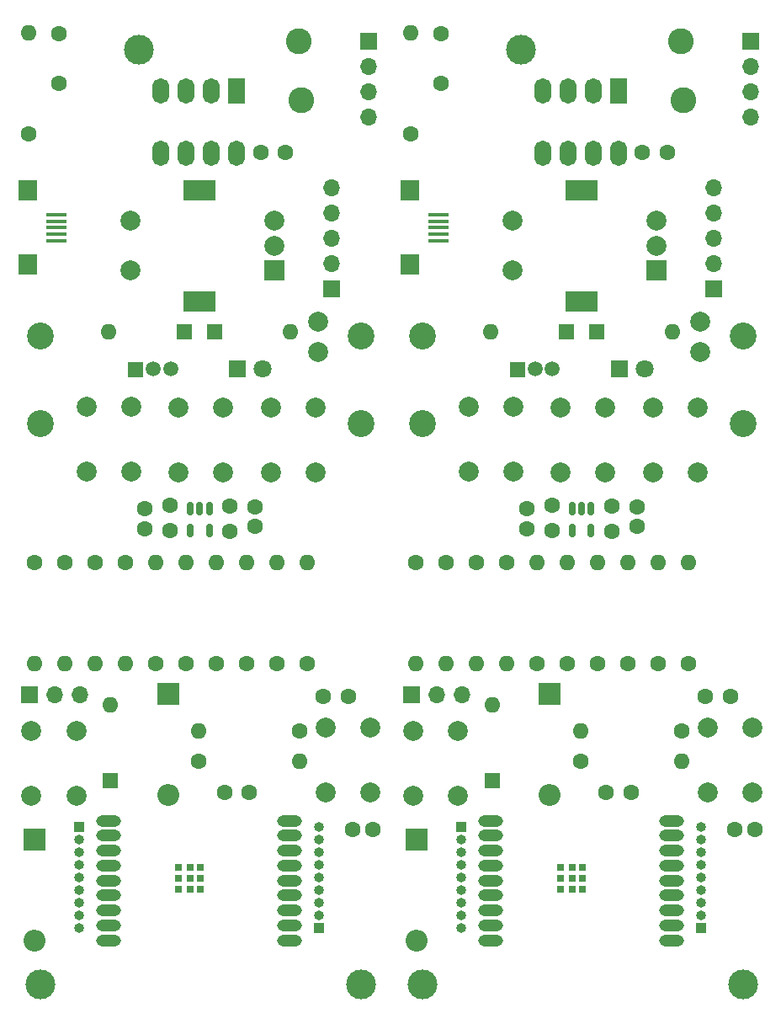
<source format=gts>
G04 #@! TF.GenerationSoftware,KiCad,Pcbnew,7.0.1*
G04 #@! TF.CreationDate,2023-11-25T15:53:11+01:00*
G04 #@! TF.ProjectId,Spotify_controller_nutzen,53706f74-6966-4795-9f63-6f6e74726f6c,rev?*
G04 #@! TF.SameCoordinates,Original*
G04 #@! TF.FileFunction,Soldermask,Top*
G04 #@! TF.FilePolarity,Negative*
%FSLAX46Y46*%
G04 Gerber Fmt 4.6, Leading zero omitted, Abs format (unit mm)*
G04 Created by KiCad (PCBNEW 7.0.1) date 2023-11-25 15:53:11*
%MOMM*%
%LPD*%
G01*
G04 APERTURE LIST*
G04 Aperture macros list*
%AMRoundRect*
0 Rectangle with rounded corners*
0 $1 Rounding radius*
0 $2 $3 $4 $5 $6 $7 $8 $9 X,Y pos of 4 corners*
0 Add a 4 corners polygon primitive as box body*
4,1,4,$2,$3,$4,$5,$6,$7,$8,$9,$2,$3,0*
0 Add four circle primitives for the rounded corners*
1,1,$1+$1,$2,$3*
1,1,$1+$1,$4,$5*
1,1,$1+$1,$6,$7*
1,1,$1+$1,$8,$9*
0 Add four rect primitives between the rounded corners*
20,1,$1+$1,$2,$3,$4,$5,0*
20,1,$1+$1,$4,$5,$6,$7,0*
20,1,$1+$1,$6,$7,$8,$9,0*
20,1,$1+$1,$8,$9,$2,$3,0*%
G04 Aperture macros list end*
%ADD10R,2.200000X2.200000*%
%ADD11O,2.200000X2.200000*%
%ADD12C,2.700000*%
%ADD13C,1.600000*%
%ADD14O,1.600000X1.600000*%
%ADD15RoundRect,0.150000X-0.150000X0.512500X-0.150000X-0.512500X0.150000X-0.512500X0.150000X0.512500X0*%
%ADD16R,1.700000X1.700000*%
%ADD17O,1.700000X1.700000*%
%ADD18R,1.600000X1.600000*%
%ADD19R,1.700000X2.550000*%
%ADD20O,1.700000X2.550000*%
%ADD21C,2.000000*%
%ADD22R,1.000000X1.000000*%
%ADD23O,1.000000X1.000000*%
%ADD24C,3.000000*%
%ADD25C,0.100000*%
%ADD26R,2.000000X0.400000*%
%ADD27R,1.900000X2.000000*%
%ADD28C,2.600000*%
%ADD29R,1.500000X1.500000*%
%ADD30C,1.500000*%
%ADD31R,1.800000X1.800000*%
%ADD32C,1.800000*%
%ADD33R,2.000000X2.000000*%
%ADD34R,3.200000X2.000000*%
%ADD35O,2.500000X1.200000*%
%ADD36R,0.700000X0.700000*%
G04 APERTURE END LIST*
D10*
X82473600Y-110388400D03*
D11*
X82473600Y-120548400D03*
D12*
X101880000Y-74360000D03*
D13*
X95710000Y-114090000D03*
D14*
X85550000Y-114090000D03*
D15*
X86625601Y-91701599D03*
X85675601Y-91701599D03*
X84725601Y-91701599D03*
X84725601Y-93976599D03*
X86625601Y-93976599D03*
D16*
X68554400Y-110413800D03*
D17*
X71094400Y-110413800D03*
X73634400Y-110413800D03*
D12*
X69680000Y-83180000D03*
X69680000Y-74360000D03*
D18*
X87198000Y-73914000D03*
D14*
X94818000Y-73914000D03*
D13*
X88714001Y-93980000D03*
X88714001Y-91480000D03*
X68500000Y-54019999D03*
D14*
X68500000Y-43859999D03*
D19*
X89357000Y-49717400D03*
D20*
X86817000Y-49717400D03*
X84277000Y-49717400D03*
X81737000Y-49717400D03*
X89357000Y-55997400D03*
X86817000Y-56037400D03*
X84277000Y-56037400D03*
X81737000Y-56037400D03*
D13*
X81203600Y-107340400D03*
D14*
X81203600Y-97180400D03*
D21*
X88051000Y-81586000D03*
X88051000Y-88086000D03*
X83551000Y-81586000D03*
X83551000Y-88086000D03*
X102870000Y-113749100D03*
X102870000Y-120249100D03*
X98370000Y-113749100D03*
X98370000Y-120249100D03*
D12*
X69680000Y-139600000D03*
D13*
X85557801Y-117152400D03*
D14*
X95717801Y-117152400D03*
D13*
X98120000Y-110650000D03*
X100620000Y-110650000D03*
D22*
X97662800Y-133858000D03*
D23*
X97662800Y-132588000D03*
X97662800Y-131318000D03*
X97662800Y-130048000D03*
X97662800Y-128778000D03*
X97662800Y-127508000D03*
X97662800Y-126238000D03*
X97662800Y-124968000D03*
X97662800Y-123698000D03*
D24*
X79578000Y-45593000D03*
D13*
X88148600Y-120276600D03*
X90648600Y-120276600D03*
X82704001Y-91399999D03*
X82704001Y-93899999D03*
D18*
X84150000Y-73914000D03*
D14*
X76530000Y-73914000D03*
D13*
X72059600Y-97180400D03*
D14*
X72059600Y-107340400D03*
D25*
X70552000Y-61422500D03*
X70552000Y-65522500D03*
D26*
X71222000Y-62172500D03*
X71222000Y-62822500D03*
X71222000Y-63472500D03*
X71222000Y-64122500D03*
X71222000Y-64772500D03*
D27*
X68402000Y-59735000D03*
X68402000Y-67210000D03*
D13*
X84251600Y-107340400D03*
D14*
X84251600Y-97180400D03*
D28*
X95656200Y-44704000D03*
D13*
X69011600Y-97180400D03*
D14*
X69011600Y-107340400D03*
D16*
X98970000Y-69640000D03*
D17*
X98970000Y-67100000D03*
X98970000Y-64560000D03*
X98970000Y-62020000D03*
X98970000Y-59480000D03*
D21*
X97612000Y-75946000D03*
D13*
X87299600Y-107340400D03*
D14*
X87299600Y-97180400D03*
D13*
X101066400Y-123977400D03*
X103066400Y-123977400D03*
D12*
X101880000Y-83180000D03*
D28*
X95859400Y-50647600D03*
D10*
X69062400Y-125018800D03*
D11*
X69062400Y-135178800D03*
D16*
X102666600Y-44754800D03*
D17*
X102666600Y-47294800D03*
X102666600Y-49834800D03*
X102666600Y-52374800D03*
D29*
X79222400Y-77724000D03*
D30*
X81000400Y-77710400D03*
X82727600Y-77710400D03*
D12*
X101880000Y-139600000D03*
D21*
X97612000Y-72912000D03*
X74280000Y-88000000D03*
X74280000Y-81500000D03*
X78780000Y-88000000D03*
X78780000Y-81500000D03*
D13*
X75107600Y-97180400D03*
D14*
X75107600Y-107340400D03*
D18*
X76707800Y-119075200D03*
D14*
X76707800Y-111455200D03*
D13*
X90347600Y-107340400D03*
D14*
X90347600Y-97180400D03*
D13*
X96443600Y-107340400D03*
D14*
X96443600Y-97180400D03*
D31*
X89484000Y-77712000D03*
D32*
X92024000Y-77712000D03*
D13*
X93395600Y-107340400D03*
D14*
X93395600Y-97180400D03*
D13*
X80164001Y-91739998D03*
X80164001Y-93739998D03*
X71500800Y-43950000D03*
X71500800Y-48950000D03*
D21*
X68750000Y-120590000D03*
X68750000Y-114090000D03*
X73250000Y-120590000D03*
X73250000Y-114090000D03*
D24*
X69680000Y-139600000D03*
D21*
X97322000Y-81586000D03*
X97322000Y-88086000D03*
X92822000Y-81586000D03*
X92822000Y-88086000D03*
D13*
X91262000Y-93539999D03*
X91262000Y-91539999D03*
D24*
X101880000Y-139600000D03*
D22*
X73532800Y-123708000D03*
D23*
X73532800Y-124978000D03*
X73532800Y-126248000D03*
X73532800Y-127518000D03*
X73532800Y-128788000D03*
X73532800Y-130058000D03*
X73532800Y-131328000D03*
X73532800Y-132598000D03*
X73532800Y-133868000D03*
D13*
X91790000Y-55880000D03*
X94290000Y-55880000D03*
X78155600Y-97180400D03*
D14*
X78155600Y-107340400D03*
D33*
X93178000Y-67790000D03*
D21*
X93178000Y-62790000D03*
X93178000Y-65290000D03*
D34*
X85678000Y-70890000D03*
X85678000Y-59690000D03*
D21*
X78678000Y-62790000D03*
X78678000Y-67790000D03*
D35*
X94730000Y-135128000D03*
X94730000Y-133628000D03*
X94730000Y-132138000D03*
X94730000Y-130628000D03*
X94730000Y-129128000D03*
X94730000Y-127628000D03*
X94730000Y-126128000D03*
X94730000Y-124628000D03*
X94730000Y-123128000D03*
X76530000Y-123158000D03*
X76530000Y-124628000D03*
X76530000Y-126128000D03*
X76530000Y-127628000D03*
X76530000Y-129128000D03*
X76530000Y-130628000D03*
X76530000Y-132128000D03*
X76530000Y-133628000D03*
X76530000Y-135128000D03*
D36*
X85770000Y-130028000D03*
X85770000Y-128928000D03*
X85770000Y-127828000D03*
X84720000Y-130028000D03*
X84720000Y-128928000D03*
X84720000Y-127828000D03*
X83570000Y-130028000D03*
X83570000Y-128928000D03*
X83570000Y-127828000D03*
D13*
X53360000Y-55880000D03*
X55860000Y-55880000D03*
X58013600Y-107340400D03*
D14*
X58013600Y-97180400D03*
D13*
X51917600Y-107340400D03*
D14*
X51917600Y-97180400D03*
D22*
X35102800Y-123708000D03*
D23*
X35102800Y-124978000D03*
X35102800Y-126248000D03*
X35102800Y-127518000D03*
X35102800Y-128788000D03*
X35102800Y-130058000D03*
X35102800Y-131328000D03*
X35102800Y-132598000D03*
X35102800Y-133868000D03*
D24*
X63450000Y-139600000D03*
D13*
X52832000Y-93539999D03*
X52832000Y-91539999D03*
D21*
X58892000Y-81586000D03*
X58892000Y-88086000D03*
X54392000Y-81586000D03*
X54392000Y-88086000D03*
D24*
X31250000Y-139600000D03*
D21*
X30320000Y-120590000D03*
X30320000Y-114090000D03*
X34820000Y-120590000D03*
X34820000Y-114090000D03*
D13*
X33070800Y-43950000D03*
X33070800Y-48950000D03*
X41734001Y-91739998D03*
X41734001Y-93739998D03*
X54965600Y-107340400D03*
D14*
X54965600Y-97180400D03*
D31*
X51054000Y-77712000D03*
D32*
X53594000Y-77712000D03*
D35*
X56300000Y-135128000D03*
X56300000Y-133628000D03*
X56300000Y-132138000D03*
X56300000Y-130628000D03*
X56300000Y-129128000D03*
X56300000Y-127628000D03*
X56300000Y-126128000D03*
X56300000Y-124628000D03*
X56300000Y-123128000D03*
X38100000Y-123158000D03*
X38100000Y-124628000D03*
X38100000Y-126128000D03*
X38100000Y-127628000D03*
X38100000Y-129128000D03*
X38100000Y-130628000D03*
X38100000Y-132128000D03*
X38100000Y-133628000D03*
X38100000Y-135128000D03*
D36*
X47340000Y-130028000D03*
X47340000Y-128928000D03*
X47340000Y-127828000D03*
X46290000Y-130028000D03*
X46290000Y-128928000D03*
X46290000Y-127828000D03*
X45140000Y-130028000D03*
X45140000Y-128928000D03*
X45140000Y-127828000D03*
D33*
X54748000Y-67790000D03*
D21*
X54748000Y-62790000D03*
X54748000Y-65290000D03*
D34*
X47248000Y-70890000D03*
X47248000Y-59690000D03*
D21*
X40248000Y-62790000D03*
X40248000Y-67790000D03*
D13*
X39725600Y-97180400D03*
D14*
X39725600Y-107340400D03*
D21*
X59182000Y-72912000D03*
D16*
X64236600Y-44754800D03*
D17*
X64236600Y-47294800D03*
X64236600Y-49834800D03*
X64236600Y-52374800D03*
D10*
X30632400Y-125018800D03*
D11*
X30632400Y-135178800D03*
D12*
X63450000Y-139600000D03*
D13*
X36677600Y-97180400D03*
D14*
X36677600Y-107340400D03*
D28*
X57429400Y-50647600D03*
D18*
X38277800Y-119075200D03*
D14*
X38277800Y-111455200D03*
D21*
X35850000Y-88000000D03*
X35850000Y-81500000D03*
X40350000Y-88000000D03*
X40350000Y-81500000D03*
D29*
X40792400Y-77724000D03*
D30*
X42570400Y-77710400D03*
X44297600Y-77710400D03*
D13*
X62636400Y-123977400D03*
X64636400Y-123977400D03*
D21*
X49621000Y-81586000D03*
X49621000Y-88086000D03*
X45121000Y-81586000D03*
X45121000Y-88086000D03*
D22*
X59232800Y-133858000D03*
D23*
X59232800Y-132588000D03*
X59232800Y-131318000D03*
X59232800Y-130048000D03*
X59232800Y-128778000D03*
X59232800Y-127508000D03*
X59232800Y-126238000D03*
X59232800Y-124968000D03*
X59232800Y-123698000D03*
D13*
X30581600Y-97180400D03*
D14*
X30581600Y-107340400D03*
D13*
X42773600Y-107340400D03*
D14*
X42773600Y-97180400D03*
D13*
X59690000Y-110650000D03*
X62190000Y-110650000D03*
D28*
X57226200Y-44704000D03*
D13*
X45821600Y-107340400D03*
D14*
X45821600Y-97180400D03*
D25*
X32122000Y-61422500D03*
X32122000Y-65522500D03*
D26*
X32792000Y-62172500D03*
X32792000Y-62822500D03*
X32792000Y-63472500D03*
X32792000Y-64122500D03*
X32792000Y-64772500D03*
D27*
X29972000Y-59735000D03*
X29972000Y-67210000D03*
D13*
X48869600Y-107340400D03*
D14*
X48869600Y-97180400D03*
D21*
X64440000Y-113749100D03*
X64440000Y-120249100D03*
X59940000Y-113749100D03*
X59940000Y-120249100D03*
D12*
X63450000Y-83180000D03*
D21*
X59182000Y-75946000D03*
D13*
X49718600Y-120276600D03*
X52218600Y-120276600D03*
X47127801Y-117152400D03*
D14*
X57287801Y-117152400D03*
D24*
X41148000Y-45593000D03*
D18*
X45720000Y-73914000D03*
D14*
X38100000Y-73914000D03*
D13*
X33629600Y-97180400D03*
D14*
X33629600Y-107340400D03*
D12*
X31250000Y-139600000D03*
D16*
X60540000Y-69640000D03*
D17*
X60540000Y-67100000D03*
X60540000Y-64560000D03*
X60540000Y-62020000D03*
X60540000Y-59480000D03*
D13*
X44274001Y-91399999D03*
X44274001Y-93899999D03*
D16*
X30124400Y-110413800D03*
D17*
X32664400Y-110413800D03*
X35204400Y-110413800D03*
D13*
X50284001Y-93980000D03*
X50284001Y-91480000D03*
D19*
X50927000Y-49717400D03*
D20*
X48387000Y-49717400D03*
X45847000Y-49717400D03*
X43307000Y-49717400D03*
X50927000Y-55997400D03*
X48387000Y-56037400D03*
X45847000Y-56037400D03*
X43307000Y-56037400D03*
D10*
X44043600Y-110388400D03*
D11*
X44043600Y-120548400D03*
D12*
X31250000Y-83180000D03*
D18*
X48768000Y-73914000D03*
D14*
X56388000Y-73914000D03*
D13*
X30070000Y-54019999D03*
D14*
X30070000Y-43859999D03*
D13*
X57280000Y-114090000D03*
D14*
X47120000Y-114090000D03*
D15*
X48195601Y-91701599D03*
X47245601Y-91701599D03*
X46295601Y-91701599D03*
X46295601Y-93976599D03*
X48195601Y-93976599D03*
D12*
X63450000Y-74360000D03*
X31250000Y-74360000D03*
M02*

</source>
